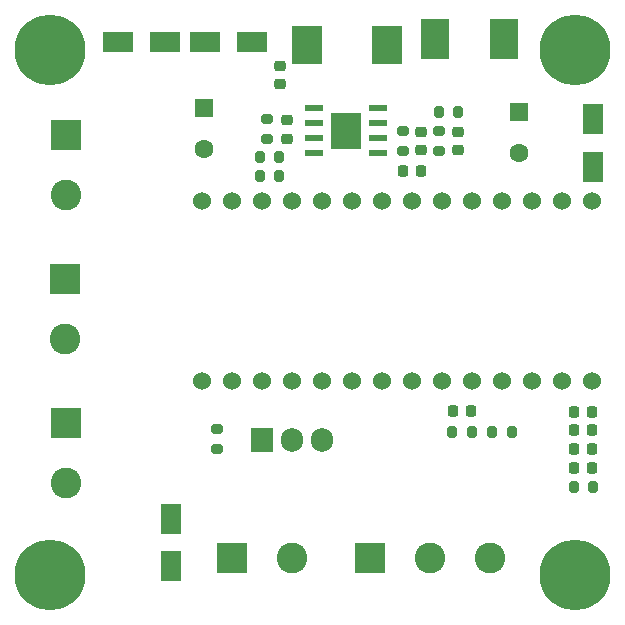
<source format=gbr>
%TF.GenerationSoftware,KiCad,Pcbnew,(6.0.6)*%
%TF.CreationDate,2022-07-27T00:23:15-07:00*%
%TF.ProjectId,AUTOPUMP_V2.02,4155544f-5055-44d5-905f-56322e30322e,rev?*%
%TF.SameCoordinates,Original*%
%TF.FileFunction,Soldermask,Top*%
%TF.FilePolarity,Negative*%
%FSLAX46Y46*%
G04 Gerber Fmt 4.6, Leading zero omitted, Abs format (unit mm)*
G04 Created by KiCad (PCBNEW (6.0.6)) date 2022-07-27 00:23:15*
%MOMM*%
%LPD*%
G01*
G04 APERTURE LIST*
G04 Aperture macros list*
%AMRoundRect*
0 Rectangle with rounded corners*
0 $1 Rounding radius*
0 $2 $3 $4 $5 $6 $7 $8 $9 X,Y pos of 4 corners*
0 Add a 4 corners polygon primitive as box body*
4,1,4,$2,$3,$4,$5,$6,$7,$8,$9,$2,$3,0*
0 Add four circle primitives for the rounded corners*
1,1,$1+$1,$2,$3*
1,1,$1+$1,$4,$5*
1,1,$1+$1,$6,$7*
1,1,$1+$1,$8,$9*
0 Add four rect primitives between the rounded corners*
20,1,$1+$1,$2,$3,$4,$5,0*
20,1,$1+$1,$4,$5,$6,$7,0*
20,1,$1+$1,$6,$7,$8,$9,0*
20,1,$1+$1,$8,$9,$2,$3,0*%
G04 Aperture macros list end*
%ADD10R,2.600000X2.600000*%
%ADD11C,2.600000*%
%ADD12RoundRect,0.225000X-0.225000X-0.250000X0.225000X-0.250000X0.225000X0.250000X-0.225000X0.250000X0*%
%ADD13R,2.500000X1.800000*%
%ADD14R,1.905000X2.000000*%
%ADD15O,1.905000X2.000000*%
%ADD16RoundRect,0.200000X0.200000X0.275000X-0.200000X0.275000X-0.200000X-0.275000X0.200000X-0.275000X0*%
%ADD17RoundRect,0.218750X-0.218750X-0.256250X0.218750X-0.256250X0.218750X0.256250X-0.218750X0.256250X0*%
%ADD18R,1.550000X0.600000*%
%ADD19R,2.600000X3.100000*%
%ADD20RoundRect,0.200000X-0.200000X-0.275000X0.200000X-0.275000X0.200000X0.275000X-0.200000X0.275000X0*%
%ADD21C,6.000000*%
%ADD22RoundRect,0.225000X-0.250000X0.225000X-0.250000X-0.225000X0.250000X-0.225000X0.250000X0.225000X0*%
%ADD23RoundRect,0.200000X-0.275000X0.200000X-0.275000X-0.200000X0.275000X-0.200000X0.275000X0.200000X0*%
%ADD24C,1.524000*%
%ADD25R,1.800000X2.500000*%
%ADD26RoundRect,0.225000X0.250000X-0.225000X0.250000X0.225000X-0.250000X0.225000X-0.250000X-0.225000X0*%
%ADD27R,1.600000X1.600000*%
%ADD28C,1.600000*%
%ADD29R,2.500000X3.300000*%
%ADD30RoundRect,0.225000X0.225000X0.250000X-0.225000X0.250000X-0.225000X-0.250000X0.225000X-0.250000X0*%
%ADD31R,2.413000X3.429000*%
G04 APERTURE END LIST*
D10*
%TO.C,J4*%
X111172800Y-60967800D03*
D11*
X111172800Y-66047800D03*
%TD*%
D12*
%TO.C,C6*%
X139700000Y-64008000D03*
X141250000Y-64008000D03*
%TD*%
D13*
%TO.C,D1*%
X119602000Y-53086000D03*
X115602000Y-53086000D03*
%TD*%
D14*
%TO.C,Q1*%
X127762000Y-86797000D03*
D15*
X130302000Y-86797000D03*
X132842000Y-86797000D03*
%TD*%
D16*
%TO.C,R10*%
X129222000Y-62788800D03*
X127572000Y-62788800D03*
%TD*%
D13*
%TO.C,D2*%
X122968000Y-53086000D03*
X126968000Y-53086000D03*
%TD*%
D17*
%TO.C,D7*%
X154152500Y-89154000D03*
X155727500Y-89154000D03*
%TD*%
D12*
%TO.C,C11*%
X154190400Y-87528400D03*
X155740400Y-87528400D03*
%TD*%
D18*
%TO.C,U1*%
X132174000Y-58674000D03*
X132174000Y-59944000D03*
X132174000Y-61214000D03*
X132174000Y-62484000D03*
X137574000Y-62484000D03*
X137574000Y-61214000D03*
X137574000Y-59944000D03*
X137574000Y-58674000D03*
D19*
X134874000Y-60579000D03*
%TD*%
D16*
%TO.C,R3*%
X129222000Y-64389000D03*
X127572000Y-64389000D03*
%TD*%
D20*
%TO.C,R1*%
X143892000Y-86074500D03*
X145542000Y-86074500D03*
%TD*%
D21*
%TO.C,H3*%
X154305000Y-98171000D03*
%TD*%
D22*
%TO.C,C10*%
X144348200Y-60693000D03*
X144348200Y-62243000D03*
%TD*%
D21*
%TO.C,H2*%
X109855000Y-98171000D03*
%TD*%
D23*
%TO.C,R4*%
X139700000Y-60643000D03*
X139700000Y-62293000D03*
%TD*%
D24*
%TO.C,U2*%
X155702000Y-66548000D03*
X153162000Y-66548000D03*
X150622000Y-66548000D03*
X148082000Y-66548000D03*
X145542000Y-66548000D03*
X143002000Y-66548000D03*
X140462000Y-66548000D03*
X137922000Y-66548000D03*
X135382000Y-66548000D03*
X132842000Y-66548000D03*
X130302000Y-66548000D03*
X127762000Y-66548000D03*
X125222000Y-66548000D03*
X122682000Y-66548000D03*
X122682000Y-81788000D03*
X125222000Y-81788000D03*
X127762000Y-81788000D03*
X130302000Y-81788000D03*
X132842000Y-81788000D03*
X135382000Y-81788000D03*
X137922000Y-81788000D03*
X140462000Y-81788000D03*
X143002000Y-81788000D03*
X145542000Y-81788000D03*
X148082000Y-81788000D03*
X150622000Y-81788000D03*
X153162000Y-81788000D03*
X155702000Y-81788000D03*
%TD*%
D10*
%TO.C,J5*%
X125221000Y-96757394D03*
D11*
X130301000Y-96757394D03*
%TD*%
D23*
%TO.C,R5*%
X123969000Y-85852000D03*
X123969000Y-87502000D03*
%TD*%
D25*
%TO.C,D5*%
X120040400Y-97478600D03*
X120040400Y-93478600D03*
%TD*%
D20*
%TO.C,R2*%
X147257000Y-86074500D03*
X148907000Y-86074500D03*
%TD*%
D22*
%TO.C,C5*%
X141249400Y-60693000D03*
X141249400Y-62243000D03*
%TD*%
D21*
%TO.C,H4*%
X154305000Y-53721000D03*
%TD*%
D22*
%TO.C,C3*%
X129870200Y-59702400D03*
X129870200Y-61252400D03*
%TD*%
D10*
%TO.C,J1*%
X136905000Y-96757394D03*
D11*
X141985000Y-96757394D03*
X147065000Y-96757394D03*
%TD*%
D10*
%TO.C,J3*%
X111172800Y-85346800D03*
D11*
X111172800Y-90426800D03*
%TD*%
D26*
%TO.C,C4*%
X129286000Y-56668000D03*
X129286000Y-55118000D03*
%TD*%
D27*
%TO.C,C2*%
X122859800Y-58646949D03*
D28*
X122859800Y-62146949D03*
%TD*%
D29*
%TO.C,D3*%
X138401000Y-53289200D03*
X131601000Y-53289200D03*
%TD*%
D20*
%TO.C,R8*%
X154165800Y-90779600D03*
X155815800Y-90779600D03*
%TD*%
D10*
%TO.C,J2*%
X111126800Y-73154800D03*
D11*
X111126800Y-78234800D03*
%TD*%
D27*
%TO.C,C7*%
X149504400Y-58977149D03*
D28*
X149504400Y-62477149D03*
%TD*%
D30*
%TO.C,C8*%
X155740400Y-84378800D03*
X154190400Y-84378800D03*
%TD*%
D25*
%TO.C,D6*%
X155803600Y-59620400D03*
X155803600Y-63620400D03*
%TD*%
D12*
%TO.C,C1*%
X143942000Y-84296500D03*
X145492000Y-84296500D03*
%TD*%
D23*
%TO.C,R7*%
X142798800Y-60643000D03*
X142798800Y-62293000D03*
%TD*%
D21*
%TO.C,H1*%
X109855000Y-53721000D03*
%TD*%
D31*
%TO.C,L1*%
X142392400Y-52832000D03*
X148234400Y-52832000D03*
%TD*%
D23*
%TO.C,R9*%
X128168400Y-59627000D03*
X128168400Y-61277000D03*
%TD*%
D12*
%TO.C,C9*%
X154190400Y-85953600D03*
X155740400Y-85953600D03*
%TD*%
D16*
%TO.C,R6*%
X144411200Y-58978800D03*
X142761200Y-58978800D03*
%TD*%
M02*

</source>
